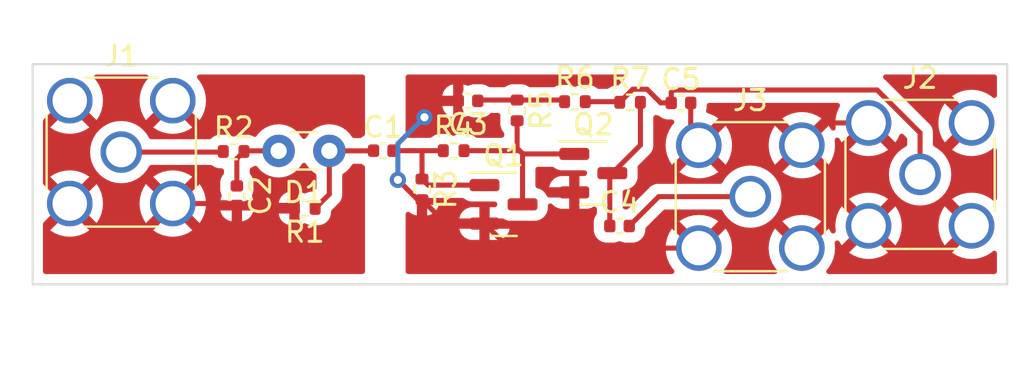
<source format=kicad_pcb>
(kicad_pcb (version 20211014) (generator pcbnew)
  (layers (0 "F.Cu" signal) (31 "B.Cu" signal) (34 "B.Paste" user) (35 "F.Paste" user) (36 "B.SilkS" user "B.Silkscreen") (37 "F.SilkS" user "F.Silkscreen") (38 "B.Mask" user) (39 "F.Mask" user) (44 "Edge.Cuts" user))
  (net 0 "")
  (net 1 "Net-(C1-Pad1)")
  (net 2 "Net-(C1-Pad2)")
  (net 3 "Net-(C2-Pad1)")
  (net 4 "GND1")
  (net 5 "Net-(C3-Pad1)")
  (net 6 "GND2")
  (net 7 "Net-(C4-Pad1)")
  (net 8 "Net-(C4-Pad2)")
  (net 9 "Net-(C5-Pad1)")
  (net 10 "Net-(J1-Pad1)")
  (net 11 "Net-(Q1-Pad3)")
  (footprint "Connector_Coaxial:SMA_Wurth_60312002114503_Vertical" (layer "F.Cu") (at 77.98 71.51)
    (fp_text reference "J1" (at 0 -4.75) (layer "F.SilkS"))
    (fp_text value "HV")
    (fp_line (start -3.68 -1.8) (end -3.68 1.8) (layer "F.SilkS") (width 0.12))
    (fp_line (start -1.8 -3.68) (end 1.8 -3.68) (layer "F.SilkS") (width 0.12))
    (fp_line (start 3.68 -1.8) (end 3.68 1.8) (layer "F.SilkS") (width 0.12))
    (fp_line (start -1.8 3.68) (end 1.8 3.68) (layer "F.SilkS") (width 0.12))
    (pad "1" thru_hole circle (at 0 0) (size 2.05 2.05) (drill 1.5) (layers *.Cu *.Mask) (net 10 "Net-(J1-Pad1)"))
    (pad "2" thru_hole circle (at -2.54 -2.54) (size 2.25 2.25) (drill 1.7) (layers *.Cu *.Mask) (net 4 "GND1"))
    (pad "2" thru_hole circle (at 2.54 -2.54) (size 2.25 2.25) (drill 1.7) (layers *.Cu *.Mask) (net 4 "GND1"))
    (pad "2" thru_hole circle (at 2.54 2.54) (size 2.25 2.25) (drill 1.7) (layers *.Cu *.Mask) (net 4 "GND1"))
    (pad "2" thru_hole circle (at -2.54 2.54) (size 2.25 2.25) (drill 1.7) (layers *.Cu *.Mask) (net 4 "GND1"))
  )
  (footprint "Resistor_SMD:R_0402_1005Metric" (layer "F.Cu") (at 97.5 69.45 -90)
    (fp_text reference "R5" (at 0 -1.17 90) (layer "F.SilkS"))
    (fp_text value "R")
    (fp_line (start -0.153641 -0.38) (end 0.153641 -0.38) (layer "F.SilkS") (width 0.12))
    (fp_line (start -0.153641 0.38) (end 0.153641 0.38) (layer "F.SilkS") (width 0.12))
    (pad "1" smd roundrect (at -0.51 0 270) (size 0.54 0.64) (layers "F.Cu" "F.Paste" "F.Mask") (net 5 "Net-(C3-Pad1)"))
    (pad "2" smd roundrect (at 0.51 0 270) (size 0.54 0.64) (layers "F.Cu" "F.Paste" "F.Mask") (net 11 "Net-(Q1-Pad3)"))
  )
  (footprint "Capacitor_SMD:C_0402_1005Metric" (layer "F.Cu") (at 105.58 69.08)
    (fp_text reference "C5" (at 0 -1.16) (layer "F.SilkS"))
    (fp_text value "C")
    (fp_line (start -0.107836 -0.36) (end 0.107836 -0.36) (layer "F.SilkS") (width 0.12))
    (fp_line (start -0.107836 0.36) (end 0.107836 0.36) (layer "F.SilkS") (width 0.12))
    (pad "1" smd roundrect (at -0.48 0) (size 0.56 0.62) (layers "F.Cu" "F.Paste" "F.Mask") (net 9 "Net-(C5-Pad1)"))
    (pad "2" smd roundrect (at 0.48 0) (size 0.56 0.62) (layers "F.Cu" "F.Paste" "F.Mask") (net 6 "GND2"))
  )
  (footprint "Package_TO_SOT_SMD:SOT-23" (layer "F.Cu") (at 101.2575 72.55)
    (fp_text reference "Q2" (at 0 -2.4) (layer "F.SilkS"))
    (fp_text value "Q_NPN_BCE")
    (fp_line (start 0 -1.56) (end 0.65 -1.56) (layer "F.SilkS") (width 0.12))
    (fp_line (start 0 -1.56) (end -1.675 -1.56) (layer "F.SilkS") (width 0.12))
    (fp_line (start 0 1.56) (end 0.65 1.56) (layer "F.SilkS") (width 0.12))
    (fp_line (start 0 1.56) (end -0.65 1.56) (layer "F.SilkS") (width 0.12))
    (pad "1" smd roundrect (at -0.9375 -0.95) (size 1.475 0.6) (layers "F.Cu" "F.Paste" "F.Mask") (net 11 "Net-(Q1-Pad3)"))
    (pad "2" smd roundrect (at -0.9375 0.95) (size 1.475 0.6) (layers "F.Cu" "F.Paste" "F.Mask") (net 6 "GND2"))
    (pad "3" smd roundrect (at 0.9375 0) (size 1.475 0.6) (layers "F.Cu" "F.Paste" "F.Mask") (net 7 "Net-(C4-Pad1)"))
  )
  (footprint "Resistor_SMD:R_0402_1005Metric" (layer "F.Cu") (at 94.37 71.44)
    (fp_text reference "R4" (at 0 -1.17) (layer "F.SilkS"))
    (fp_text value "R")
    (fp_line (start -0.153641 0.38) (end 0.153641 0.38) (layer "F.SilkS") (width 0.12))
    (fp_line (start -0.153641 -0.38) (end 0.153641 -0.38) (layer "F.SilkS") (width 0.12))
    (pad "1" smd roundrect (at -0.51 0) (size 0.54 0.64) (layers "F.Cu" "F.Paste" "F.Mask") (net 2 "Net-(C1-Pad2)"))
    (pad "2" smd roundrect (at 0.51 0) (size 0.54 0.64) (layers "F.Cu" "F.Paste" "F.Mask") (net 11 "Net-(Q1-Pad3)"))
  )
  (footprint "Connector_Coaxial:SMA_Wurth_60312002114503_Vertical" (layer "F.Cu") (at 117.37 72.61)
    (fp_text reference "J2" (at 0 -4.75) (layer "F.SilkS"))
    (fp_text value "Amp")
    (fp_line (start -1.8 3.68) (end 1.8 3.68) (layer "F.SilkS") (width 0.12))
    (fp_line (start -1.8 -3.68) (end 1.8 -3.68) (layer "F.SilkS") (width 0.12))
    (fp_line (start 3.68 -1.8) (end 3.68 1.8) (layer "F.SilkS") (width 0.12))
    (fp_line (start -3.68 -1.8) (end -3.68 1.8) (layer "F.SilkS") (width 0.12))
    (pad "1" thru_hole circle (at 0 0) (size 2.05 2.05) (drill 1.5) (layers *.Cu *.Mask) (net 9 "Net-(C5-Pad1)"))
    (pad "2" thru_hole circle (at 2.54 2.54) (size 2.25 2.25) (drill 1.7) (layers *.Cu *.Mask) (net 6 "GND2"))
    (pad "2" thru_hole circle (at 2.54 -2.54) (size 2.25 2.25) (drill 1.7) (layers *.Cu *.Mask) (net 6 "GND2"))
    (pad "2" thru_hole circle (at -2.54 -2.54) (size 2.25 2.25) (drill 1.7) (layers *.Cu *.Mask) (net 6 "GND2"))
    (pad "2" thru_hole circle (at -2.54 2.54) (size 2.25 2.25) (drill 1.7) (layers *.Cu *.Mask) (net 6 "GND2"))
  )
  (footprint "Capacitor_SMD:C_0402_1005Metric" (layer "F.Cu") (at 90.9 71.44)
    (fp_text reference "C1" (at 0 -1.16) (layer "F.SilkS"))
    (fp_text value "C")
    (fp_line (start -0.107836 -0.36) (end 0.107836 -0.36) (layer "F.SilkS") (width 0.12))
    (fp_line (start -0.107836 0.36) (end 0.107836 0.36) (layer "F.SilkS") (width 0.12))
    (pad "1" smd roundrect (at -0.48 0) (size 0.56 0.62) (layers "F.Cu" "F.Paste" "F.Mask") (net 1 "Net-(C1-Pad1)"))
    (pad "2" smd roundrect (at 0.48 0) (size 0.56 0.62) (layers "F.Cu" "F.Paste" "F.Mask") (net 2 "Net-(C1-Pad2)"))
  )
  (footprint "Capacitor_SMD:C_0402_1005Metric" (layer "F.Cu") (at 83.68 73.66 -90)
    (fp_text reference "C2" (at 0 -1.16 90) (layer "F.SilkS"))
    (fp_text value "C")
    (fp_line (start -0.107836 -0.36) (end 0.107836 -0.36) (layer "F.SilkS") (width 0.12))
    (fp_line (start -0.107836 0.36) (end 0.107836 0.36) (layer "F.SilkS") (width 0.12))
    (pad "1" smd roundrect (at -0.48 0 270) (size 0.56 0.62) (layers "F.Cu" "F.Paste" "F.Mask") (net 3 "Net-(C2-Pad1)"))
    (pad "2" smd roundrect (at 0.48 0 270) (size 0.56 0.62) (layers "F.Cu" "F.Paste" "F.Mask") (net 4 "GND1"))
  )
  (footprint "Capacitor_SMD:C_0402_1005Metric" (layer "F.Cu") (at 102.55 75.16)
    (fp_text reference "C4" (at 0 -1.16) (layer "F.SilkS"))
    (fp_text value "C")
    (fp_line (start -0.107836 -0.36) (end 0.107836 -0.36) (layer "F.SilkS") (width 0.12))
    (fp_line (start -0.107836 0.36) (end 0.107836 0.36) (layer "F.SilkS") (width 0.12))
    (pad "1" smd roundrect (at -0.48 0) (size 0.56 0.62) (layers "F.Cu" "F.Paste" "F.Mask") (net 7 "Net-(C4-Pad1)"))
    (pad "2" smd roundrect (at 0.48 0) (size 0.56 0.62) (layers "F.Cu" "F.Paste" "F.Mask") (net 8 "Net-(C4-Pad2)"))
  )
  (footprint "Connector_Coaxial:SMA_Wurth_60312002114503_Vertical" (layer "F.Cu") (at 109 73.71)
    (fp_text reference "J3" (at 0 -4.75) (layer "F.SilkS"))
    (fp_text value "Signal")
    (fp_line (start -3.68 -1.8) (end -3.68 1.8) (layer "F.SilkS") (width 0.12))
    (fp_line (start -1.8 3.68) (end 1.8 3.68) (layer "F.SilkS") (width 0.12))
    (fp_line (start 3.68 -1.8) (end 3.68 1.8) (layer "F.SilkS") (width 0.12))
    (fp_line (start -1.8 -3.68) (end 1.8 -3.68) (layer "F.SilkS") (width 0.12))
    (pad "1" thru_hole circle (at 0 0) (size 2.05 2.05) (drill 1.5) (layers *.Cu *.Mask) (net 8 "Net-(C4-Pad2)"))
    (pad "2" thru_hole circle (at -2.54 -2.54) (size 2.25 2.25) (drill 1.7) (layers *.Cu *.Mask) (net 6 "GND2"))
    (pad "2" thru_hole circle (at -2.54 2.54) (size 2.25 2.25) (drill 1.7) (layers *.Cu *.Mask) (net 6 "GND2"))
    (pad "2" thru_hole circle (at 2.54 2.54) (size 2.25 2.25) (drill 1.7) (layers *.Cu *.Mask) (net 6 "GND2"))
    (pad "2" thru_hole circle (at 2.54 -2.54) (size 2.25 2.25) (drill 1.7) (layers *.Cu *.Mask) (net 6 "GND2"))
  )
  (footprint "Capacitor_SMD:C_0402_1005Metric" (layer "F.Cu") (at 95.08 68.98 180)
    (fp_text reference "C3" (at 0 -1.16) (layer "F.SilkS"))
    (fp_text value "C")
    (fp_line (start -0.107836 0.36) (end 0.107836 0.36) (layer "F.SilkS") (width 0.12))
    (fp_line (start -0.107836 -0.36) (end 0.107836 -0.36) (layer "F.SilkS") (width 0.12))
    (pad "1" smd roundrect (at -0.48 0 180) (size 0.56 0.62) (layers "F.Cu" "F.Paste" "F.Mask") (net 5 "Net-(C3-Pad1)"))
    (pad "2" smd roundrect (at 0.48 0 180) (size 0.56 0.62) (layers "F.Cu" "F.Paste" "F.Mask") (net 6 "GND2"))
  )
  (footprint "Resistor_SMD:R_0402_1005Metric" (layer "F.Cu") (at 103.07 69.05)
    (fp_text reference "R7" (at 0 -1.17) (layer "F.SilkS"))
    (fp_text value "R")
    (fp_line (start -0.153641 -0.38) (end 0.153641 -0.38) (layer "F.SilkS") (width 0.12))
    (fp_line (start -0.153641 0.38) (end 0.153641 0.38) (layer "F.SilkS") (width 0.12))
    (pad "1" smd roundrect (at -0.51 0) (size 0.54 0.64) (layers "F.Cu" "F.Paste" "F.Mask") (net 9 "Net-(C5-Pad1)"))
    (pad "2" smd roundrect (at 0.51 0) (size 0.54 0.64) (layers "F.Cu" "F.Paste" "F.Mask") (net 7 "Net-(C4-Pad1)"))
  )
  (footprint "Resistor_SMD:R_0402_1005Metric" (layer "F.Cu") (at 83.52 71.48)
    (fp_text reference "R2" (at 0 -1.17) (layer "F.SilkS"))
    (fp_text value "R")
    (fp_line (start -0.153641 -0.38) (end 0.153641 -0.38) (layer "F.SilkS") (width 0.12))
    (fp_line (start -0.153641 0.38) (end 0.153641 0.38) (layer "F.SilkS") (width 0.12))
    (pad "1" smd roundrect (at -0.51 0) (size 0.54 0.64) (layers "F.Cu" "F.Paste" "F.Mask") (net 10 "Net-(J1-Pad1)"))
    (pad "2" smd roundrect (at 0.51 0) (size 0.54 0.64) (layers "F.Cu" "F.Paste" "F.Mask") (net 3 "Net-(C2-Pad1)"))
  )
  (footprint "Capacitor_THT:C_Disc_D3.0mm_W1.6mm_P2.50mm" (layer "F.Cu") (at 88.24 71.45 180)
    (fp_text reference "D1" (at 1.25 -2.05) (layer "F.SilkS"))
    (fp_text value "SiPM")
    (fp_line (start 0.621 -0.92) (end 1.879 -0.92) (layer "F.SilkS") (width 0.12))
    (fp_line (start 0.621 0.92) (end 1.879 0.92) (layer "F.SilkS") (width 0.12))
    (pad "1" thru_hole circle (at 0 0 180) (size 1.6 1.6) (drill 0.8) (layers *.Cu *.Mask) (net 1 "Net-(C1-Pad1)"))
    (pad "2" thru_hole circle (at 2.5 0 180) (size 1.6 1.6) (drill 0.8) (layers *.Cu *.Mask) (net 3 "Net-(C2-Pad1)"))
  )
  (footprint "Resistor_SMD:R_0402_1005Metric" (layer "F.Cu") (at 100.35 69.02)
    (fp_text reference "R6" (at 0 -1.17) (layer "F.SilkS"))
    (fp_text value "R")
    (fp_line (start -0.153641 0.38) (end 0.153641 0.38) (layer "F.SilkS") (width 0.12))
    (fp_line (start -0.153641 -0.38) (end 0.153641 -0.38) (layer "F.SilkS") (width 0.12))
    (pad "1" smd roundrect (at -0.51 0) (size 0.54 0.64) (layers "F.Cu" "F.Paste" "F.Mask") (net 5 "Net-(C3-Pad1)"))
    (pad "2" smd roundrect (at 0.51 0) (size 0.54 0.64) (layers "F.Cu" "F.Paste" "F.Mask") (net 9 "Net-(C5-Pad1)"))
  )
  (footprint "Package_TO_SOT_SMD:SOT-23" (layer "F.Cu") (at 96.83 74.09)
    (fp_text reference "Q1" (at 0 -2.4) (layer "F.SilkS"))
    (fp_text value "Q_NPN_BCE")
    (fp_line (start 0 1.56) (end -0.65 1.56) (layer "F.SilkS") (width 0.12))
    (fp_line (start 0 -1.56) (end 0.65 -1.56) (layer "F.SilkS") (width 0.12))
    (fp_line (start 0 -1.56) (end -1.675 -1.56) (layer "F.SilkS") (width 0.12))
    (fp_line (start 0 1.56) (end 0.65 1.56) (layer "F.SilkS") (width 0.12))
    (pad "1" smd roundrect (at -0.9375 -0.95) (size 1.475 0.6) (layers "F.Cu" "F.Paste" "F.Mask") (net 2 "Net-(C1-Pad2)"))
    (pad "2" smd roundrect (at -0.9375 0.95) (size 1.475 0.6) (layers "F.Cu" "F.Paste" "F.Mask") (net 6 "GND2"))
    (pad "3" smd roundrect (at 0.9375 0) (size 1.475 0.6) (layers "F.Cu" "F.Paste" "F.Mask") (net 11 "Net-(Q1-Pad3)"))
  )
  (footprint "Resistor_SMD:R_0402_1005Metric" (layer "F.Cu") (at 92.81 73.35 -90)
    (fp_text reference "R3" (at 0 -1.17 90) (layer "F.SilkS"))
    (fp_text value "R")
    (fp_line (start -0.153641 0.38) (end 0.153641 0.38) (layer "F.SilkS") (width 0.12))
    (fp_line (start -0.153641 -0.38) (end 0.153641 -0.38) (layer "F.SilkS") (width 0.12))
    (pad "1" smd roundrect (at -0.51 0 270) (size 0.54 0.64) (layers "F.Cu" "F.Paste" "F.Mask") (net 2 "Net-(C1-Pad2)"))
    (pad "2" smd roundrect (at 0.51 0 270) (size 0.54 0.64) (layers "F.Cu" "F.Paste" "F.Mask") (net 6 "GND2"))
  )
  (footprint "Resistor_SMD:R_0402_1005Metric" (layer "F.Cu") (at 87.03 74.29 180)
    (fp_text reference "R1" (at 0 -1.17) (layer "F.SilkS"))
    (fp_text value "R")
    (fp_line (start -0.153641 0.38) (end 0.153641 0.38) (layer "F.SilkS") (width 0.12))
    (fp_line (start -0.153641 -0.38) (end 0.153641 -0.38) (layer "F.SilkS") (width 0.12))
    (pad "1" smd roundrect (at -0.51 0 180) (size 0.54 0.64) (layers "F.Cu" "F.Paste" "F.Mask") (net 1 "Net-(C1-Pad1)"))
    (pad "2" smd roundrect (at 0.51 0 180) (size 0.54 0.64) (layers "F.Cu" "F.Paste" "F.Mask") (net 4 "GND1"))
  )
  (gr_rect (start 73.61 67.17) (end 121.67 78.04) (layer "Edge.Cuts") (width 0.1) (fill none))
  (segment (start 88.24 73.59) (end 88.24 71.45) (width 0.25) (layer "F.Cu") (net 1))
  (segment (start 90.41 71.45) (end 90.42 71.44) (width 0.25) (layer "F.Cu") (net 1))
  (segment (start 88.24 71.45) (end 90.41 71.45) (width 0.25) (layer "F.Cu") (net 1))
  (segment (start 87.54 74.29) (end 88.24 73.59) (width 0.25) (layer "F.Cu") (net 1))
  (segment (start 92.81 72.84) (end 92.81 71.44) (width 0.25) (layer "F.Cu") (net 2))
  (segment (start 93.11 73.14) (end 92.81 72.84) (width 0.25) (layer "F.Cu") (net 2))
  (segment (start 92.81 71.44) (end 93.86 71.44) (width 0.25) (layer "F.Cu") (net 2))
  (segment (start 95.8925 73.14) (end 93.11 73.14) (width 0.25) (layer "F.Cu") (net 2))
  (segment (start 91.38 71.44) (end 92.81 71.44) (width 0.25) (layer "F.Cu") (net 2))
  (segment (start 83.68 73.18) (end 83.68 71.83) (width 0.25) (layer "F.Cu") (net 3))
  (segment (start 84.06 71.45) (end 84.03 71.48) (width 0.25) (layer "F.Cu") (net 3))
  (segment (start 83.68 71.83) (end 84.03 71.48) (width 0.25) (layer "F.Cu") (net 3))
  (segment (start 85.74 71.45) (end 84.06 71.45) (width 0.25) (layer "F.Cu") (net 3))
  (segment (start 86.37 74.14) (end 86.52 74.29) (width 0.25) (layer "F.Cu") (net 4))
  (segment (start 83.68 74.14) (end 83.59 74.05) (width 0.25) (layer "F.Cu") (net 4))
  (segment (start 83.59 74.05) (end 80.52 74.05) (width 0.25) (layer "F.Cu") (net 4))
  (segment (start 83.68 74.14) (end 86.37 74.14) (width 0.25) (layer "F.Cu") (net 4))
  (segment (start 99.76 68.94) (end 99.84 69.02) (width 0.25) (layer "F.Cu") (net 5))
  (segment (start 97.5 68.94) (end 95.6 68.94) (width 0.25) (layer "F.Cu") (net 5))
  (segment (start 95.6 68.94) (end 95.56 68.98) (width 0.25) (layer "F.Cu") (net 5))
  (segment (start 97.5 68.94) (end 99.76 68.94) (width 0.25) (layer "F.Cu") (net 5))
  (segment (start 93.99 75.04) (end 92.81 73.86) (width 0.25) (layer "F.Cu") (net 6))
  (segment (start 97.1025 76.25) (end 95.8925 75.04) (width 0.25) (layer "F.Cu") (net 6))
  (segment (start 100.32 73.5) (end 100.32 76.24) (width 0.25) (layer "F.Cu") (net 6))
  (segment (start 112.64 70.07) (end 111.54 71.17) (width 0.25) (layer "F.Cu") (net 6))
  (segment (start 114.83 70.07) (end 112.64 70.07) (width 0.25) (layer "F.Cu") (net 6))
  (segment (start 100.33 76.25) (end 97.1025 76.25) (width 0.25) (layer "F.Cu") (net 6))
  (segment (start 92.6 73.86) (end 91.62 72.88) (width 0.25) (layer "F.Cu") (net 6))
  (segment (start 92.81 73.86) (end 92.6 73.86) (width 0.25) (layer "F.Cu") (net 6))
  (segment (start 106.06 70.77) (end 106.46 71.17) (width 0.25) (layer "F.Cu") (net 6))
  (segment (start 106.06 69.08) (end 106.06 70.77) (width 0.25) (layer "F.Cu") (net 6))
  (segment (start 94.6 68.98) (end 93.74 68.98) (width 0.25) (layer "F.Cu") (net 6))
  (segment (start 100.32 76.24) (end 100.33 76.25) (width 0.25) (layer "F.Cu") (net 6))
  (segment (start 95.8925 75.04) (end 93.99 75.04) (width 0.25) (layer "F.Cu") (net 6))
  (segment (start 93.74 68.98) (end 92.93 69.79) (width 0.25) (layer "F.Cu") (net 6))
  (segment (start 106.46 76.25) (end 100.33 76.25) (width 0.25) (layer "F.Cu") (net 6))
  (via (at 91.62 72.88) (size 0.8) (drill 0.4) (layers "F.Cu" "B.Cu") (net 6))
  (via (at 92.93 69.79) (size 0.8) (drill 0.4) (layers "F.Cu" "B.Cu") (net 6))
  (segment (start 92.93 69.79) (end 91.62 71.1) (width 0.25) (layer "B.Cu") (net 6))
  (segment (start 91.62 71.1) (end 91.62 72.88) (width 0.25) (layer "B.Cu") (net 6))
  (segment (start 102.195 72.55) (end 103.58 71.165) (width 0.25) (layer "F.Cu") (net 7))
  (segment (start 102.07 75.16) (end 102.07 72.675) (width 0.25) (layer "F.Cu") (net 7))
  (segment (start 103.58 71.165) (end 103.58 69.05) (width 0.25) (layer "F.Cu") (net 7))
  (segment (start 102.07 72.675) (end 102.195 72.55) (width 0.25) (layer "F.Cu") (net 7))
  (segment (start 104.48 73.71) (end 109 73.71) (width 0.25) (layer "F.Cu") (net 8))
  (segment (start 103.03 75.16) (end 104.48 73.71) (width 0.25) (layer "F.Cu") (net 8))
  (segment (start 103.205 68.405) (end 102.56 69.05) (width 0.25) (layer "F.Cu") (net 9))
  (segment (start 117.37 72.61) (end 117.37 70.55939) (width 0.25) (layer "F.Cu") (net 9))
  (segment (start 117.37 70.55939) (end 115.25561 68.445) (width 0.25) (layer "F.Cu") (net 9))
  (segment (start 104.580538 69.08) (end 103.905538 68.405) (width 0.25) (layer "F.Cu") (net 9))
  (segment (start 100.86 69.02) (end 102.53 69.02) (width 0.25) (layer "F.Cu") (net 9))
  (segment (start 105.1 68.56) (end 105.1 69.08) (width 0.25) (layer "F.Cu") (net 9))
  (segment (start 105.1 69.08) (end 104.580538 69.08) (width 0.25) (layer "F.Cu") (net 9))
  (segment (start 115.25561 68.445) (end 105.215 68.445) (width 0.25) (layer "F.Cu") (net 9))
  (segment (start 103.905538 68.405) (end 103.205 68.405) (width 0.25) (layer "F.Cu") (net 9))
  (segment (start 102.53 69.02) (end 102.56 69.05) (width 0.25) (layer "F.Cu") (net 9))
  (segment (start 105.215 68.445) (end 105.1 68.56) (width 0.25) (layer "F.Cu") (net 9))
  (segment (start 83.01 71.48) (end 82.98 71.51) (width 0.25) (layer "F.Cu") (net 10))
  (segment (start 82.98 71.51) (end 77.98 71.51) (width 0.25) (layer "F.Cu") (net 10))
  (segment (start 97.7675 71.5875) (end 97.62 71.44) (width 0.25) (layer "F.Cu") (net 11))
  (segment (start 97.5 71.32) (end 97.62 71.44) (width 0.25) (layer "F.Cu") (net 11))
  (segment (start 97.62 71.44) (end 94.88 71.44) (width 0.25) (layer "F.Cu") (net 11))
  (segment (start 100.32 71.6) (end 97.78 71.6) (width 0.25) (layer "F.Cu") (net 11))
  (segment (start 97.78 71.6) (end 97.62 71.44) (width 0.25) (layer "F.Cu") (net 11))
  (segment (start 97.7675 74.09) (end 97.7675 71.5875) (width 0.25) (layer "F.Cu") (net 11))
  (segment (start 97.5 69.96) (end 97.5 71.32) (width 0.25) (layer "F.Cu") (net 11))
  (zone (net 4) (net_name "GND1") (layer "F.Cu") (connect_pads (clearance 0.508)) (min_thickness 0.254) (fill yes (thermal_gap 0.508) (thermal_bridge_width 0.508))
    (polygon (pts (xy 90 80.5) (xy 72 80.5) (xy 72 64) (xy 90 64)))
  )
  (zone (net 6) (net_name "GND2") (layer "F.Cu") (connect_pads (clearance 0.508)) (min_thickness 0.254) (fill yes (thermal_gap 0.508) (thermal_bridge_width 0.508))
    (polygon (pts (xy 122.5 83) (xy 92 83) (xy 92 64) (xy 122.5 64)))
  )
)
</source>
